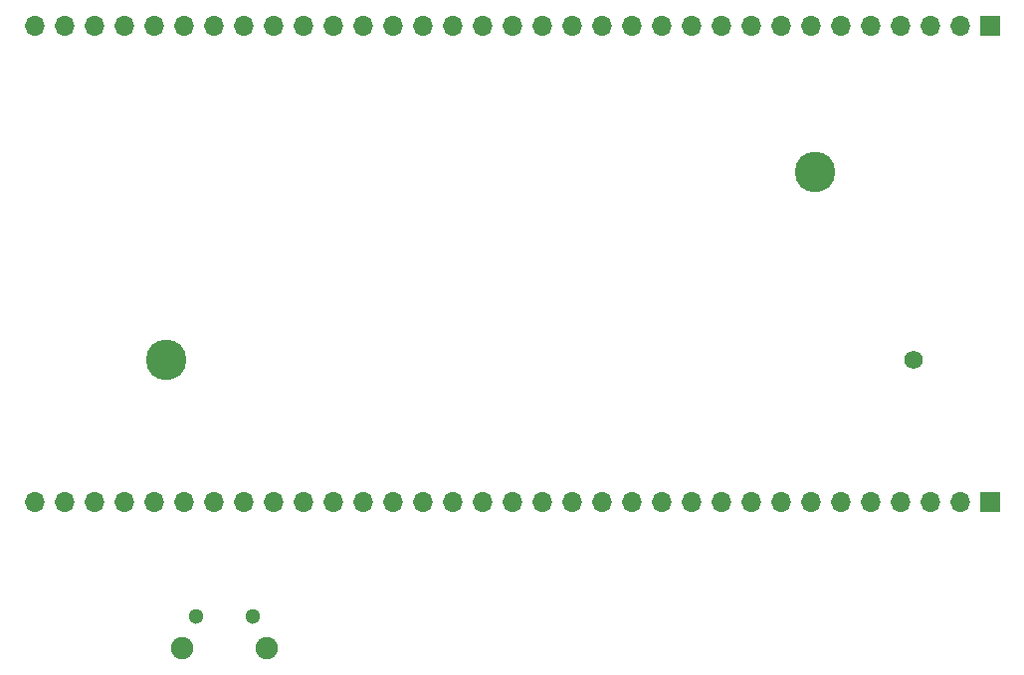
<source format=gbr>
%TF.GenerationSoftware,KiCad,Pcbnew,(6.0.2)*%
%TF.CreationDate,2022-04-11T13:25:00+02:00*%
%TF.ProjectId,main,6d61696e-2e6b-4696-9361-645f70636258,v0.02*%
%TF.SameCoordinates,Original*%
%TF.FileFunction,Soldermask,Bot*%
%TF.FilePolarity,Negative*%
%FSLAX46Y46*%
G04 Gerber Fmt 4.6, Leading zero omitted, Abs format (unit mm)*
G04 Created by KiCad (PCBNEW (6.0.2)) date 2022-04-11 13:25:00*
%MOMM*%
%LPD*%
G01*
G04 APERTURE LIST*
%ADD10C,1.570000*%
%ADD11C,3.450000*%
%ADD12C,1.300000*%
%ADD13C,1.900000*%
%ADD14R,1.700000X1.700000*%
%ADD15O,1.700000X1.700000*%
G04 APERTURE END LIST*
D10*
%TO.C,BT1*%
X172905000Y-112550000D03*
D11*
X109375000Y-112550000D03*
X164575000Y-96550000D03*
%TD*%
D12*
%TO.C,J5*%
X111845000Y-134400000D03*
X116695000Y-134400000D03*
D13*
X110670000Y-137070000D03*
X117870000Y-137070000D03*
%TD*%
D14*
%TO.C,J2*%
X179400000Y-84100000D03*
D15*
X176860000Y-84100000D03*
X174320000Y-84100000D03*
X171780000Y-84100000D03*
X169240000Y-84100000D03*
X166700000Y-84100000D03*
X164160000Y-84100000D03*
X161620000Y-84100000D03*
X159080000Y-84100000D03*
X156540000Y-84100000D03*
X154000000Y-84100000D03*
X151460000Y-84100000D03*
X148920000Y-84100000D03*
X146380000Y-84100000D03*
X143840000Y-84100000D03*
X141300000Y-84100000D03*
X138760000Y-84100000D03*
X136220000Y-84100000D03*
X133680000Y-84100000D03*
X131140000Y-84100000D03*
X128600000Y-84100000D03*
X126060000Y-84100000D03*
X123520000Y-84100000D03*
X120980000Y-84100000D03*
X118440000Y-84100000D03*
X115900000Y-84100000D03*
X113360000Y-84100000D03*
X110820000Y-84100000D03*
X108280000Y-84100000D03*
X105740000Y-84100000D03*
X103200000Y-84100000D03*
X100660000Y-84100000D03*
X98120000Y-84100000D03*
%TD*%
D14*
%TO.C,J3*%
X179440000Y-124700000D03*
D15*
X176900000Y-124700000D03*
X174360000Y-124700000D03*
X171820000Y-124700000D03*
X169280000Y-124700000D03*
X166740000Y-124700000D03*
X164200000Y-124700000D03*
X161660000Y-124700000D03*
X159120000Y-124700000D03*
X156580000Y-124700000D03*
X154040000Y-124700000D03*
X151500000Y-124700000D03*
X148960000Y-124700000D03*
X146420000Y-124700000D03*
X143880000Y-124700000D03*
X141340000Y-124700000D03*
X138800000Y-124700000D03*
X136260000Y-124700000D03*
X133720000Y-124700000D03*
X131180000Y-124700000D03*
X128640000Y-124700000D03*
X126100000Y-124700000D03*
X123560000Y-124700000D03*
X121020000Y-124700000D03*
X118480000Y-124700000D03*
X115940000Y-124700000D03*
X113400000Y-124700000D03*
X110860000Y-124700000D03*
X108320000Y-124700000D03*
X105780000Y-124700000D03*
X103240000Y-124700000D03*
X100700000Y-124700000D03*
X98160000Y-124700000D03*
%TD*%
M02*

</source>
